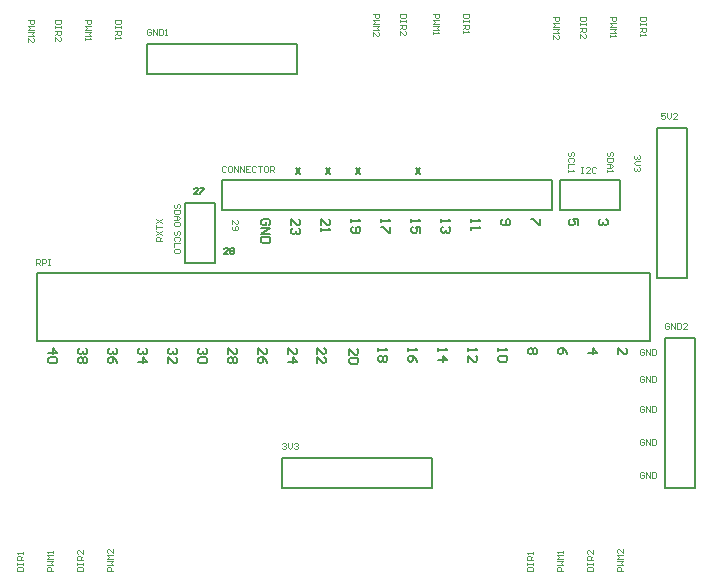
<source format=gto>
G04*
G04 #@! TF.GenerationSoftware,Altium Limited,Altium Designer,24.5.2 (23)*
G04*
G04 Layer_Color=65535*
%FSLAX44Y44*%
%MOMM*%
G71*
G04*
G04 #@! TF.SameCoordinates,C5F79816-F3BF-4F28-B5AB-9B0DAD98A386*
G04*
G04*
G04 #@! TF.FilePolarity,Positive*
G04*
G01*
G75*
%ADD10C,0.2000*%
%ADD11C,0.1270*%
%ADD12C,0.0762*%
D10*
X-38100Y-101600D02*
X-12700D01*
Y-228600D02*
Y-101600D01*
X-38100Y-228600D02*
Y-101600D01*
Y-228600D02*
X-12700D01*
X-438150Y-215900D02*
X-412750D01*
X-438150D02*
Y-165100D01*
X-412750Y-215900D02*
Y-165100D01*
X-438150D02*
X-412750D01*
X-406400Y-171450D02*
X-146050D01*
X-127000D01*
Y-146050D01*
X-406400D02*
X-127000D01*
X-406400Y-171450D02*
Y-146050D01*
X-44120Y-282050D02*
Y-224900D01*
X-563550D02*
X-44120D01*
X-563550Y-228710D02*
Y-224900D01*
Y-282050D02*
Y-228710D01*
Y-282050D02*
X-44120D01*
X-469900Y-55880D02*
Y-30480D01*
X-342900D01*
X-469900Y-55880D02*
X-342900D01*
Y-30480D01*
X-31750Y-406400D02*
X-6350D01*
X-31750D02*
Y-279400D01*
X-6350Y-406400D02*
Y-279400D01*
X-31750D02*
X-6350D01*
X-228600Y-406400D02*
Y-381000D01*
X-355600Y-406400D02*
X-228600D01*
X-355600Y-381000D02*
X-228600D01*
X-355600Y-406400D02*
Y-381000D01*
X-120650Y-171450D02*
X-69850D01*
X-120650D02*
Y-146050D01*
X-69850Y-171450D02*
Y-146050D01*
X-120650D02*
X-69850D01*
D11*
X-344170Y-135892D02*
X-340784Y-140970D01*
Y-135892D02*
X-344170Y-140970D01*
X-318770Y-135892D02*
X-315384Y-140970D01*
Y-135892D02*
X-318770Y-140970D01*
X-293370Y-135892D02*
X-289984Y-140970D01*
Y-135892D02*
X-293370Y-140970D01*
X-242570Y-135892D02*
X-239184Y-140970D01*
Y-135892D02*
X-242570Y-140970D01*
X-427144Y-157480D02*
X-430530D01*
X-427144Y-154094D01*
Y-153248D01*
X-427991Y-152402D01*
X-429684D01*
X-430530Y-153248D01*
X-425452Y-152402D02*
X-422066D01*
Y-153248D01*
X-425452Y-156634D01*
Y-157480D01*
X-401744Y-208280D02*
X-405130D01*
X-401744Y-204894D01*
Y-204048D01*
X-402591Y-203202D01*
X-404284D01*
X-405130Y-204048D01*
X-400052D02*
X-399205Y-203202D01*
X-397513D01*
X-396666Y-204048D01*
Y-204894D01*
X-397513Y-205741D01*
X-396666Y-206587D01*
Y-207434D01*
X-397513Y-208280D01*
X-399205D01*
X-400052Y-207434D01*
Y-206587D01*
X-399205Y-205741D01*
X-400052Y-204894D01*
Y-204048D01*
X-399205Y-205741D02*
X-397513D01*
X-367032Y-184148D02*
X-365762Y-182879D01*
Y-180340D01*
X-367032Y-179070D01*
X-372110D01*
X-373380Y-180340D01*
Y-182879D01*
X-372110Y-184148D01*
X-369571D01*
Y-181609D01*
X-373380Y-186688D02*
X-365762D01*
X-373380Y-191766D01*
X-365762D01*
Y-194305D02*
X-373380D01*
Y-198114D01*
X-372110Y-199383D01*
X-367032D01*
X-365762Y-198114D01*
Y-194305D01*
X-347980Y-184148D02*
Y-179070D01*
X-342902Y-184148D01*
X-341632D01*
X-340363Y-182879D01*
Y-180340D01*
X-341632Y-179070D01*
Y-186688D02*
X-340363Y-187957D01*
Y-190496D01*
X-341632Y-191766D01*
X-342902D01*
X-344171Y-190496D01*
Y-189227D01*
Y-190496D01*
X-345441Y-191766D01*
X-346710D01*
X-347980Y-190496D01*
Y-187957D01*
X-346710Y-186688D01*
X-322580Y-184148D02*
Y-179070D01*
X-317502Y-184148D01*
X-316232D01*
X-314963Y-182879D01*
Y-180340D01*
X-316232Y-179070D01*
X-322580Y-186688D02*
Y-189227D01*
Y-187957D01*
X-314963D01*
X-316232Y-186688D01*
X-297180Y-179070D02*
Y-181609D01*
Y-180340D01*
X-289562D01*
X-290832Y-179070D01*
X-295910Y-185418D02*
X-297180Y-186688D01*
Y-189227D01*
X-295910Y-190496D01*
X-290832D01*
X-289562Y-189227D01*
Y-186688D01*
X-290832Y-185418D01*
X-292102D01*
X-293371Y-186688D01*
Y-190496D01*
X-271780Y-179070D02*
Y-181609D01*
Y-180340D01*
X-264163D01*
X-265432Y-179070D01*
X-264163Y-185418D02*
Y-190496D01*
X-265432D01*
X-270510Y-185418D01*
X-271780D01*
X-246380Y-179070D02*
Y-181609D01*
Y-180340D01*
X-238762D01*
X-240032Y-179070D01*
X-238762Y-190496D02*
Y-185418D01*
X-242571D01*
X-241302Y-187957D01*
Y-189227D01*
X-242571Y-190496D01*
X-245110D01*
X-246380Y-189227D01*
Y-186688D01*
X-245110Y-185418D01*
X-220980Y-179070D02*
Y-181609D01*
Y-180340D01*
X-213363D01*
X-214632Y-179070D01*
Y-185418D02*
X-213363Y-186688D01*
Y-189227D01*
X-214632Y-190496D01*
X-215902D01*
X-217171Y-189227D01*
Y-187957D01*
Y-189227D01*
X-218441Y-190496D01*
X-219710D01*
X-220980Y-189227D01*
Y-186688D01*
X-219710Y-185418D01*
X-195580Y-179070D02*
Y-181609D01*
Y-180340D01*
X-187962D01*
X-189232Y-179070D01*
X-195580Y-185418D02*
Y-187957D01*
Y-186688D01*
X-187962D01*
X-189232Y-185418D01*
X-168910Y-179070D02*
X-170180Y-180340D01*
Y-182879D01*
X-168910Y-184148D01*
X-163832D01*
X-162563Y-182879D01*
Y-180340D01*
X-163832Y-179070D01*
X-165102D01*
X-166371Y-180340D01*
Y-184148D01*
X-137163Y-179070D02*
Y-184148D01*
X-138432D01*
X-143510Y-179070D01*
X-144780D01*
X-105413Y-184148D02*
Y-179070D01*
X-109221D01*
X-107952Y-181609D01*
Y-182879D01*
X-109221Y-184148D01*
X-111760D01*
X-113030Y-182879D01*
Y-180340D01*
X-111760Y-179070D01*
X-81282D02*
X-80013Y-180340D01*
Y-182879D01*
X-81282Y-184148D01*
X-82552D01*
X-83821Y-182879D01*
Y-181609D01*
Y-182879D01*
X-85091Y-184148D01*
X-86360D01*
X-87630Y-182879D01*
Y-180340D01*
X-86360Y-179070D01*
X-71120Y-293368D02*
Y-288290D01*
X-66042Y-293368D01*
X-64772D01*
X-63502Y-292099D01*
Y-289559D01*
X-64772Y-288290D01*
X-96520Y-292099D02*
X-88903D01*
X-92711Y-288290D01*
Y-293368D01*
X-114303D02*
X-115572Y-290829D01*
X-118111Y-288290D01*
X-120650D01*
X-121920Y-289559D01*
Y-292099D01*
X-120650Y-293368D01*
X-119381D01*
X-118111Y-292099D01*
Y-288290D01*
X-140972D02*
X-139703Y-289559D01*
Y-292099D01*
X-140972Y-293368D01*
X-142242D01*
X-143511Y-292099D01*
X-144781Y-293368D01*
X-146050D01*
X-147320Y-292099D01*
Y-289559D01*
X-146050Y-288290D01*
X-144781D01*
X-143511Y-289559D01*
X-142242Y-288290D01*
X-140972D01*
X-143511Y-289559D02*
Y-292099D01*
X-172720Y-288290D02*
Y-290829D01*
Y-289559D01*
X-165103D01*
X-166372Y-288290D01*
Y-294638D02*
X-165103Y-295907D01*
Y-298447D01*
X-166372Y-299716D01*
X-171450D01*
X-172720Y-298447D01*
Y-295907D01*
X-171450Y-294638D01*
X-166372D01*
X-198120Y-288290D02*
Y-290829D01*
Y-289559D01*
X-190502D01*
X-191772Y-288290D01*
X-198120Y-299716D02*
Y-294638D01*
X-193042Y-299716D01*
X-191772D01*
X-190502Y-298447D01*
Y-295907D01*
X-191772Y-294638D01*
X-223520Y-288290D02*
Y-290829D01*
Y-289559D01*
X-215903D01*
X-217172Y-288290D01*
X-223520Y-298447D02*
X-215903D01*
X-219711Y-294638D01*
Y-299716D01*
X-248920Y-288290D02*
Y-290829D01*
Y-289559D01*
X-241303D01*
X-242572Y-288290D01*
X-241303Y-299716D02*
X-242572Y-297177D01*
X-245111Y-294638D01*
X-247650D01*
X-248920Y-295907D01*
Y-298447D01*
X-247650Y-299716D01*
X-246381D01*
X-245111Y-298447D01*
Y-294638D01*
X-274320Y-288290D02*
Y-290829D01*
Y-289559D01*
X-266702D01*
X-267972Y-288290D01*
Y-294638D02*
X-266702Y-295907D01*
Y-298447D01*
X-267972Y-299716D01*
X-269242D01*
X-270511Y-298447D01*
X-271781Y-299716D01*
X-273050D01*
X-274320Y-298447D01*
Y-295907D01*
X-273050Y-294638D01*
X-271781D01*
X-270511Y-295907D01*
X-269242Y-294638D01*
X-267972D01*
X-270511Y-295907D02*
Y-298447D01*
X-298867Y-294201D02*
Y-289123D01*
X-293788Y-294201D01*
X-292519D01*
X-291249Y-292932D01*
Y-290392D01*
X-292519Y-289123D01*
Y-296740D02*
X-291249Y-298010D01*
Y-300549D01*
X-292519Y-301819D01*
X-297597D01*
X-298867Y-300549D01*
Y-298010D01*
X-297597Y-296740D01*
X-292519D01*
X-350520Y-293368D02*
Y-288290D01*
X-345442Y-293368D01*
X-344172D01*
X-342902Y-292099D01*
Y-289559D01*
X-344172Y-288290D01*
X-350520Y-299716D02*
X-342902D01*
X-346711Y-295907D01*
Y-300986D01*
X-375920Y-293368D02*
Y-288290D01*
X-370841Y-293368D01*
X-369572D01*
X-368302Y-292099D01*
Y-289559D01*
X-369572Y-288290D01*
X-368302Y-300986D02*
X-369572Y-298447D01*
X-372111Y-295907D01*
X-374650D01*
X-375920Y-297177D01*
Y-299716D01*
X-374650Y-300986D01*
X-373381D01*
X-372111Y-299716D01*
Y-295907D01*
X-326390Y-293368D02*
Y-288290D01*
X-321311Y-293368D01*
X-320042D01*
X-318772Y-292099D01*
Y-289559D01*
X-320042Y-288290D01*
X-326390Y-300986D02*
Y-295907D01*
X-321311Y-300986D01*
X-320042D01*
X-318772Y-299716D01*
Y-297177D01*
X-320042Y-295907D01*
X-401320Y-293368D02*
Y-288290D01*
X-396241Y-293368D01*
X-394972D01*
X-393702Y-292099D01*
Y-289559D01*
X-394972Y-288290D01*
Y-295907D02*
X-393702Y-297177D01*
Y-299716D01*
X-394972Y-300986D01*
X-396241D01*
X-397511Y-299716D01*
X-398781Y-300986D01*
X-400050D01*
X-401320Y-299716D01*
Y-297177D01*
X-400050Y-295907D01*
X-398781D01*
X-397511Y-297177D01*
X-396241Y-295907D01*
X-394972D01*
X-397511Y-297177D02*
Y-299716D01*
X-420372Y-288290D02*
X-419102Y-289559D01*
Y-292099D01*
X-420372Y-293368D01*
X-421642D01*
X-422911Y-292099D01*
Y-290829D01*
Y-292099D01*
X-424181Y-293368D01*
X-425450D01*
X-426720Y-292099D01*
Y-289559D01*
X-425450Y-288290D01*
X-420372Y-295907D02*
X-419102Y-297177D01*
Y-299716D01*
X-420372Y-300986D01*
X-425450D01*
X-426720Y-299716D01*
Y-297177D01*
X-425450Y-295907D01*
X-420372D01*
X-445772Y-288290D02*
X-444502Y-289559D01*
Y-292099D01*
X-445772Y-293368D01*
X-447042D01*
X-448311Y-292099D01*
Y-290829D01*
Y-292099D01*
X-449581Y-293368D01*
X-450850D01*
X-452120Y-292099D01*
Y-289559D01*
X-450850Y-288290D01*
X-452120Y-300986D02*
Y-295907D01*
X-447042Y-300986D01*
X-445772D01*
X-444502Y-299716D01*
Y-297177D01*
X-445772Y-295907D01*
X-471172Y-288290D02*
X-469902Y-289559D01*
Y-292099D01*
X-471172Y-293368D01*
X-472441D01*
X-473711Y-292099D01*
Y-290829D01*
Y-292099D01*
X-474981Y-293368D01*
X-476250D01*
X-477520Y-292099D01*
Y-289559D01*
X-476250Y-288290D01*
X-477520Y-299716D02*
X-469902D01*
X-473711Y-295907D01*
Y-300986D01*
X-496572Y-288290D02*
X-495302Y-289559D01*
Y-292099D01*
X-496572Y-293368D01*
X-497841D01*
X-499111Y-292099D01*
Y-290829D01*
Y-292099D01*
X-500381Y-293368D01*
X-501650D01*
X-502920Y-292099D01*
Y-289559D01*
X-501650Y-288290D01*
X-495302Y-300986D02*
X-496572Y-298447D01*
X-499111Y-295907D01*
X-501650D01*
X-502920Y-297177D01*
Y-299716D01*
X-501650Y-300986D01*
X-500381D01*
X-499111Y-299716D01*
Y-295907D01*
X-521972Y-288290D02*
X-520702Y-289559D01*
Y-292099D01*
X-521972Y-293368D01*
X-523242D01*
X-524511Y-292099D01*
Y-290829D01*
Y-292099D01*
X-525781Y-293368D01*
X-527050D01*
X-528320Y-292099D01*
Y-289559D01*
X-527050Y-288290D01*
X-521972Y-295907D02*
X-520702Y-297177D01*
Y-299716D01*
X-521972Y-300986D01*
X-523242D01*
X-524511Y-299716D01*
X-525781Y-300986D01*
X-527050D01*
X-528320Y-299716D01*
Y-297177D01*
X-527050Y-295907D01*
X-525781D01*
X-524511Y-297177D01*
X-523242Y-295907D01*
X-521972D01*
X-524511Y-297177D02*
Y-299716D01*
X-553720Y-292099D02*
X-546102D01*
X-549911Y-288290D01*
Y-293368D01*
X-547372Y-295907D02*
X-546102Y-297177D01*
Y-299716D01*
X-547372Y-300986D01*
X-552450D01*
X-553720Y-299716D01*
Y-297177D01*
X-552450Y-295907D01*
X-547372D01*
D12*
X-278638Y-5842D02*
X-273560D01*
Y-8381D01*
X-274406Y-9228D01*
X-276099D01*
X-276945Y-8381D01*
Y-5842D01*
X-273560Y-10920D02*
X-278638D01*
X-276945Y-12613D01*
X-278638Y-14306D01*
X-273560D01*
X-278638Y-15999D02*
X-273560D01*
X-275252Y-17692D01*
X-273560Y-19384D01*
X-278638D01*
Y-24463D02*
Y-21077D01*
X-275252Y-24463D01*
X-274406D01*
X-273560Y-23616D01*
Y-21923D01*
X-274406Y-21077D01*
X-250700Y-5842D02*
X-255778D01*
Y-8381D01*
X-254932Y-9228D01*
X-251546D01*
X-250700Y-8381D01*
Y-5842D01*
Y-10920D02*
Y-12613D01*
Y-11767D01*
X-255778D01*
Y-10920D01*
Y-12613D01*
Y-15152D02*
X-250700D01*
Y-17692D01*
X-251546Y-18538D01*
X-253239D01*
X-254085Y-17692D01*
Y-15152D01*
Y-16845D02*
X-255778Y-18538D01*
Y-23616D02*
Y-20231D01*
X-252392Y-23616D01*
X-251546D01*
X-250700Y-22770D01*
Y-21077D01*
X-251546Y-20231D01*
X-227838Y-5842D02*
X-222760D01*
Y-8381D01*
X-223606Y-9228D01*
X-225299D01*
X-226145Y-8381D01*
Y-5842D01*
X-222760Y-10920D02*
X-227838D01*
X-226145Y-12613D01*
X-227838Y-14306D01*
X-222760D01*
X-227838Y-15999D02*
X-222760D01*
X-224452Y-17692D01*
X-222760Y-19384D01*
X-227838D01*
Y-21077D02*
Y-22770D01*
Y-21923D01*
X-222760D01*
X-223606Y-21077D01*
X-197360Y-5842D02*
X-202438D01*
Y-8381D01*
X-201592Y-9228D01*
X-198206D01*
X-197360Y-8381D01*
Y-5842D01*
Y-10920D02*
Y-12613D01*
Y-11767D01*
X-202438D01*
Y-10920D01*
Y-12613D01*
Y-15152D02*
X-197360D01*
Y-17692D01*
X-198206Y-18538D01*
X-199899D01*
X-200745Y-17692D01*
Y-15152D01*
Y-16845D02*
X-202438Y-18538D01*
Y-20231D02*
Y-21923D01*
Y-21077D01*
X-197360D01*
X-198206Y-20231D01*
X-53426Y-125222D02*
X-52580Y-126068D01*
Y-127761D01*
X-53426Y-128608D01*
X-54272D01*
X-55119Y-127761D01*
Y-126915D01*
Y-127761D01*
X-55965Y-128608D01*
X-56812D01*
X-57658Y-127761D01*
Y-126068D01*
X-56812Y-125222D01*
X-52580Y-130300D02*
X-55965D01*
X-57658Y-131993D01*
X-55965Y-133686D01*
X-52580D01*
X-53426Y-135379D02*
X-52580Y-136225D01*
Y-137918D01*
X-53426Y-138764D01*
X-54272D01*
X-55119Y-137918D01*
Y-137072D01*
Y-137918D01*
X-55965Y-138764D01*
X-56812D01*
X-57658Y-137918D01*
Y-136225D01*
X-56812Y-135379D01*
X-443456Y-192890D02*
X-442609Y-192043D01*
Y-190350D01*
X-443456Y-189504D01*
X-444302D01*
X-445148Y-190350D01*
Y-192043D01*
X-445995Y-192890D01*
X-446841D01*
X-447688Y-192043D01*
Y-190350D01*
X-446841Y-189504D01*
X-443456Y-197968D02*
X-442609Y-197122D01*
Y-195429D01*
X-443456Y-194582D01*
X-446841D01*
X-447688Y-195429D01*
Y-197122D01*
X-446841Y-197968D01*
X-442609Y-199661D02*
X-447688D01*
Y-203046D01*
X-443456Y-204739D02*
X-442609Y-205585D01*
Y-207278D01*
X-443456Y-208125D01*
X-446841D01*
X-447688Y-207278D01*
Y-205585D01*
X-446841Y-204739D01*
X-443456D01*
Y-170030D02*
X-442609Y-169183D01*
Y-167490D01*
X-443456Y-166644D01*
X-444302D01*
X-445148Y-167490D01*
Y-169183D01*
X-445995Y-170030D01*
X-446841D01*
X-447688Y-169183D01*
Y-167490D01*
X-446841Y-166644D01*
X-442609Y-171722D02*
X-447688D01*
Y-174262D01*
X-446841Y-175108D01*
X-443456D01*
X-442609Y-174262D01*
Y-171722D01*
X-447688Y-176801D02*
X-444302D01*
X-442609Y-178493D01*
X-444302Y-180186D01*
X-447688D01*
X-445148D01*
Y-176801D01*
X-443456Y-181879D02*
X-442609Y-182726D01*
Y-184418D01*
X-443456Y-185265D01*
X-446841D01*
X-447688Y-184418D01*
Y-182726D01*
X-446841Y-181879D01*
X-443456D01*
X-109306Y-126068D02*
X-108460Y-125221D01*
Y-123528D01*
X-109306Y-122682D01*
X-110152D01*
X-110999Y-123528D01*
Y-125221D01*
X-111845Y-126068D01*
X-112692D01*
X-113538Y-125221D01*
Y-123528D01*
X-112692Y-122682D01*
X-109306Y-131146D02*
X-108460Y-130300D01*
Y-128607D01*
X-109306Y-127760D01*
X-112692D01*
X-113538Y-128607D01*
Y-130300D01*
X-112692Y-131146D01*
X-108460Y-132839D02*
X-113538D01*
Y-136224D01*
Y-137917D02*
Y-139610D01*
Y-138764D01*
X-108460D01*
X-109306Y-137917D01*
X-76286Y-126068D02*
X-75440Y-125221D01*
Y-123528D01*
X-76286Y-122682D01*
X-77132D01*
X-77979Y-123528D01*
Y-125221D01*
X-78825Y-126068D01*
X-79672D01*
X-80518Y-125221D01*
Y-123528D01*
X-79672Y-122682D01*
X-75440Y-127760D02*
X-80518D01*
Y-130300D01*
X-79672Y-131146D01*
X-76286D01*
X-75440Y-130300D01*
Y-127760D01*
X-80518Y-132839D02*
X-77132D01*
X-75440Y-134531D01*
X-77132Y-136224D01*
X-80518D01*
X-77979D01*
Y-132839D01*
X-80518Y-137917D02*
Y-139610D01*
Y-138764D01*
X-75440D01*
X-76286Y-137917D01*
X-49192Y-393786D02*
X-50039Y-392940D01*
X-51732D01*
X-52578Y-393786D01*
Y-397172D01*
X-51732Y-398018D01*
X-50039D01*
X-49192Y-397172D01*
Y-395479D01*
X-50885D01*
X-47500Y-398018D02*
Y-392940D01*
X-44114Y-398018D01*
Y-392940D01*
X-42421D02*
Y-398018D01*
X-39882D01*
X-39036Y-397172D01*
Y-393786D01*
X-39882Y-392940D01*
X-42421D01*
X-49192Y-365846D02*
X-50039Y-365000D01*
X-51732D01*
X-52578Y-365846D01*
Y-369232D01*
X-51732Y-370078D01*
X-50039D01*
X-49192Y-369232D01*
Y-367539D01*
X-50885D01*
X-47500Y-370078D02*
Y-365000D01*
X-44114Y-370078D01*
Y-365000D01*
X-42421D02*
Y-370078D01*
X-39882D01*
X-39036Y-369232D01*
Y-365846D01*
X-39882Y-365000D01*
X-42421D01*
X-49192Y-337906D02*
X-50039Y-337060D01*
X-51732D01*
X-52578Y-337906D01*
Y-341292D01*
X-51732Y-342138D01*
X-50039D01*
X-49192Y-341292D01*
Y-339599D01*
X-50885D01*
X-47500Y-342138D02*
Y-337060D01*
X-44114Y-342138D01*
Y-337060D01*
X-42421D02*
Y-342138D01*
X-39882D01*
X-39036Y-341292D01*
Y-337906D01*
X-39882Y-337060D01*
X-42421D01*
X-49192Y-312506D02*
X-50039Y-311660D01*
X-51732D01*
X-52578Y-312506D01*
Y-315892D01*
X-51732Y-316738D01*
X-50039D01*
X-49192Y-315892D01*
Y-314199D01*
X-50885D01*
X-47500Y-316738D02*
Y-311660D01*
X-44114Y-316738D01*
Y-311660D01*
X-42421D02*
Y-316738D01*
X-39882D01*
X-39036Y-315892D01*
Y-312506D01*
X-39882Y-311660D01*
X-42421D01*
X-49192Y-289646D02*
X-50039Y-288800D01*
X-51732D01*
X-52578Y-289646D01*
Y-293032D01*
X-51732Y-293878D01*
X-50039D01*
X-49192Y-293032D01*
Y-291339D01*
X-50885D01*
X-47500Y-293878D02*
Y-288800D01*
X-44114Y-293878D01*
Y-288800D01*
X-42421D02*
Y-293878D01*
X-39882D01*
X-39036Y-293032D01*
Y-289646D01*
X-39882Y-288800D01*
X-42421D01*
X-148080Y-476758D02*
X-143002D01*
Y-474219D01*
X-143848Y-473372D01*
X-147234D01*
X-148080Y-474219D01*
Y-476758D01*
Y-471680D02*
Y-469987D01*
Y-470833D01*
X-143002D01*
Y-471680D01*
Y-469987D01*
Y-467448D02*
X-148080D01*
Y-464908D01*
X-147234Y-464062D01*
X-145541D01*
X-144695Y-464908D01*
Y-467448D01*
Y-465755D02*
X-143002Y-464062D01*
Y-462369D02*
Y-460676D01*
Y-461523D01*
X-148080D01*
X-147234Y-462369D01*
X-117602Y-476758D02*
X-122680D01*
Y-474219D01*
X-121834Y-473372D01*
X-120141D01*
X-119295Y-474219D01*
Y-476758D01*
X-122680Y-471680D02*
X-117602D01*
X-119295Y-469987D01*
X-117602Y-468294D01*
X-122680D01*
X-117602Y-466601D02*
X-122680D01*
X-120988Y-464908D01*
X-122680Y-463216D01*
X-117602D01*
Y-461523D02*
Y-459830D01*
Y-460676D01*
X-122680D01*
X-121834Y-461523D01*
X-97280Y-476758D02*
X-92202D01*
Y-474219D01*
X-93048Y-473372D01*
X-96434D01*
X-97280Y-474219D01*
Y-476758D01*
Y-471680D02*
Y-469987D01*
Y-470833D01*
X-92202D01*
Y-471680D01*
Y-469987D01*
Y-467448D02*
X-97280D01*
Y-464908D01*
X-96434Y-464062D01*
X-94741D01*
X-93895Y-464908D01*
Y-467448D01*
Y-465755D02*
X-92202Y-464062D01*
Y-458984D02*
Y-462369D01*
X-95588Y-458984D01*
X-96434D01*
X-97280Y-459830D01*
Y-461523D01*
X-96434Y-462369D01*
X-66802Y-476758D02*
X-71880D01*
Y-474219D01*
X-71034Y-473372D01*
X-69341D01*
X-68495Y-474219D01*
Y-476758D01*
X-71880Y-471680D02*
X-66802D01*
X-68495Y-469987D01*
X-66802Y-468294D01*
X-71880D01*
X-66802Y-466601D02*
X-71880D01*
X-70188Y-464908D01*
X-71880Y-463216D01*
X-66802D01*
Y-458137D02*
Y-461523D01*
X-70188Y-458137D01*
X-71034D01*
X-71880Y-458984D01*
Y-460676D01*
X-71034Y-461523D01*
X-579880Y-476758D02*
X-574802D01*
Y-474219D01*
X-575648Y-473372D01*
X-579034D01*
X-579880Y-474219D01*
Y-476758D01*
Y-471680D02*
Y-469987D01*
Y-470833D01*
X-574802D01*
Y-471680D01*
Y-469987D01*
Y-467448D02*
X-579880D01*
Y-464908D01*
X-579034Y-464062D01*
X-577341D01*
X-576495Y-464908D01*
Y-467448D01*
Y-465755D02*
X-574802Y-464062D01*
Y-462369D02*
Y-460676D01*
Y-461523D01*
X-579880D01*
X-579034Y-462369D01*
X-549402Y-476758D02*
X-554480D01*
Y-474219D01*
X-553634Y-473372D01*
X-551941D01*
X-551095Y-474219D01*
Y-476758D01*
X-554480Y-471680D02*
X-549402D01*
X-551095Y-469987D01*
X-549402Y-468294D01*
X-554480D01*
X-549402Y-466601D02*
X-554480D01*
X-552788Y-464908D01*
X-554480Y-463216D01*
X-549402D01*
Y-461523D02*
Y-459830D01*
Y-460676D01*
X-554480D01*
X-553634Y-461523D01*
X-529080Y-476758D02*
X-524002D01*
Y-474219D01*
X-524848Y-473372D01*
X-528234D01*
X-529080Y-474219D01*
Y-476758D01*
Y-471680D02*
Y-469987D01*
Y-470833D01*
X-524002D01*
Y-471680D01*
Y-469987D01*
Y-467448D02*
X-529080D01*
Y-464908D01*
X-528234Y-464062D01*
X-526541D01*
X-525695Y-464908D01*
Y-467448D01*
Y-465755D02*
X-524002Y-464062D01*
Y-458984D02*
Y-462369D01*
X-527388Y-458984D01*
X-528234D01*
X-529080Y-459830D01*
Y-461523D01*
X-528234Y-462369D01*
X-498602Y-476758D02*
X-503680D01*
Y-474219D01*
X-502834Y-473372D01*
X-501141D01*
X-500295Y-474219D01*
Y-476758D01*
X-503680Y-471680D02*
X-498602D01*
X-500295Y-469987D01*
X-498602Y-468294D01*
X-503680D01*
X-498602Y-466601D02*
X-503680D01*
X-501988Y-464908D01*
X-503680Y-463216D01*
X-498602D01*
Y-458137D02*
Y-461523D01*
X-501988Y-458137D01*
X-502834D01*
X-503680Y-458984D01*
Y-460676D01*
X-502834Y-461523D01*
X-492000Y-10922D02*
X-497078D01*
Y-13461D01*
X-496232Y-14308D01*
X-492846D01*
X-492000Y-13461D01*
Y-10922D01*
Y-16000D02*
Y-17693D01*
Y-16847D01*
X-497078D01*
Y-16000D01*
Y-17693D01*
Y-20232D02*
X-492000D01*
Y-22771D01*
X-492846Y-23618D01*
X-494539D01*
X-495385Y-22771D01*
Y-20232D01*
Y-21925D02*
X-497078Y-23618D01*
Y-25311D02*
Y-27004D01*
Y-26157D01*
X-492000D01*
X-492846Y-25311D01*
X-522478Y-10922D02*
X-517400D01*
Y-13461D01*
X-518246Y-14308D01*
X-519939D01*
X-520785Y-13461D01*
Y-10922D01*
X-517400Y-16000D02*
X-522478D01*
X-520785Y-17693D01*
X-522478Y-19386D01*
X-517400D01*
X-522478Y-21079D02*
X-517400D01*
X-519092Y-22771D01*
X-517400Y-24464D01*
X-522478D01*
Y-26157D02*
Y-27850D01*
Y-27004D01*
X-517400D01*
X-518246Y-26157D01*
X-542800Y-10922D02*
X-547878D01*
Y-13461D01*
X-547032Y-14308D01*
X-543646D01*
X-542800Y-13461D01*
Y-10922D01*
Y-16000D02*
Y-17693D01*
Y-16847D01*
X-547878D01*
Y-16000D01*
Y-17693D01*
Y-20232D02*
X-542800D01*
Y-22771D01*
X-543646Y-23618D01*
X-545339D01*
X-546185Y-22771D01*
Y-20232D01*
Y-21925D02*
X-547878Y-23618D01*
Y-28696D02*
Y-25311D01*
X-544492Y-28696D01*
X-543646D01*
X-542800Y-27850D01*
Y-26157D01*
X-543646Y-25311D01*
X-570738Y-10922D02*
X-565660D01*
Y-13461D01*
X-566506Y-14308D01*
X-568199D01*
X-569045Y-13461D01*
Y-10922D01*
X-565660Y-16000D02*
X-570738D01*
X-569045Y-17693D01*
X-570738Y-19386D01*
X-565660D01*
X-570738Y-21079D02*
X-565660D01*
X-567352Y-22771D01*
X-565660Y-24464D01*
X-570738D01*
Y-29543D02*
Y-26157D01*
X-567352Y-29543D01*
X-566506D01*
X-565660Y-28696D01*
Y-27004D01*
X-566506Y-26157D01*
X-126238Y-8382D02*
X-121160D01*
Y-10921D01*
X-122006Y-11768D01*
X-123699D01*
X-124545Y-10921D01*
Y-8382D01*
X-121160Y-13460D02*
X-126238D01*
X-124545Y-15153D01*
X-126238Y-16846D01*
X-121160D01*
X-126238Y-18539D02*
X-121160D01*
X-122852Y-20231D01*
X-121160Y-21924D01*
X-126238D01*
Y-27003D02*
Y-23617D01*
X-122852Y-27003D01*
X-122006D01*
X-121160Y-26156D01*
Y-24464D01*
X-122006Y-23617D01*
X-98300Y-8382D02*
X-103378D01*
Y-10921D01*
X-102532Y-11768D01*
X-99146D01*
X-98300Y-10921D01*
Y-8382D01*
Y-13460D02*
Y-15153D01*
Y-14307D01*
X-103378D01*
Y-13460D01*
Y-15153D01*
Y-17692D02*
X-98300D01*
Y-20231D01*
X-99146Y-21078D01*
X-100839D01*
X-101685Y-20231D01*
Y-17692D01*
Y-19385D02*
X-103378Y-21078D01*
Y-26156D02*
Y-22771D01*
X-99992Y-26156D01*
X-99146D01*
X-98300Y-25310D01*
Y-23617D01*
X-99146Y-22771D01*
X-77978Y-8382D02*
X-72900D01*
Y-10921D01*
X-73746Y-11768D01*
X-75439D01*
X-76285Y-10921D01*
Y-8382D01*
X-72900Y-13460D02*
X-77978D01*
X-76285Y-15153D01*
X-77978Y-16846D01*
X-72900D01*
X-77978Y-18539D02*
X-72900D01*
X-74592Y-20231D01*
X-72900Y-21924D01*
X-77978D01*
Y-23617D02*
Y-25310D01*
Y-24464D01*
X-72900D01*
X-73746Y-23617D01*
X-47500Y-8382D02*
X-52578D01*
Y-10921D01*
X-51732Y-11768D01*
X-48346D01*
X-47500Y-10921D01*
Y-8382D01*
Y-13460D02*
Y-15153D01*
Y-14307D01*
X-52578D01*
Y-13460D01*
Y-15153D01*
Y-17692D02*
X-47500D01*
Y-20231D01*
X-48346Y-21078D01*
X-50039D01*
X-50885Y-20231D01*
Y-17692D01*
Y-19385D02*
X-52578Y-21078D01*
Y-22771D02*
Y-24464D01*
Y-23617D01*
X-47500D01*
X-48346Y-22771D01*
X-398018Y-183218D02*
Y-179832D01*
X-394632Y-183218D01*
X-393786D01*
X-392940Y-182371D01*
Y-180678D01*
X-393786Y-179832D01*
X-397172Y-184910D02*
X-398018Y-185757D01*
Y-187449D01*
X-397172Y-188296D01*
X-393786D01*
X-392940Y-187449D01*
Y-185757D01*
X-393786Y-184910D01*
X-394632D01*
X-395479Y-185757D01*
Y-188296D01*
X-28618Y-268310D02*
X-29465Y-267464D01*
X-31158D01*
X-32004Y-268310D01*
Y-271696D01*
X-31158Y-272542D01*
X-29465D01*
X-28618Y-271696D01*
Y-270003D01*
X-30311D01*
X-26926Y-272542D02*
Y-267464D01*
X-23540Y-272542D01*
Y-267464D01*
X-21847D02*
Y-272542D01*
X-19308D01*
X-18462Y-271696D01*
Y-268310D01*
X-19308Y-267464D01*
X-21847D01*
X-13383Y-272542D02*
X-16769D01*
X-13383Y-269156D01*
Y-268310D01*
X-14230Y-267464D01*
X-15922D01*
X-16769Y-268310D01*
X-466768Y-19390D02*
X-467615Y-18544D01*
X-469308D01*
X-470154Y-19390D01*
Y-22776D01*
X-469308Y-23622D01*
X-467615D01*
X-466768Y-22776D01*
Y-21083D01*
X-468461D01*
X-465076Y-23622D02*
Y-18544D01*
X-461690Y-23622D01*
Y-18544D01*
X-459997D02*
Y-23622D01*
X-457458D01*
X-456612Y-22776D01*
Y-19390D01*
X-457458Y-18544D01*
X-459997D01*
X-454919Y-23622D02*
X-453226D01*
X-454072D01*
Y-18544D01*
X-454919Y-19390D01*
X-31326Y-88901D02*
X-34711D01*
Y-91440D01*
X-33018Y-90594D01*
X-32172D01*
X-31326Y-91440D01*
Y-93133D01*
X-32172Y-93979D01*
X-33865D01*
X-34711Y-93133D01*
X-29633Y-88901D02*
Y-92286D01*
X-27940Y-93979D01*
X-26247Y-92286D01*
Y-88901D01*
X-21169Y-93979D02*
X-24554D01*
X-21169Y-90594D01*
Y-89747D01*
X-22015Y-88901D01*
X-23708D01*
X-24554Y-89747D01*
X-403268Y-134960D02*
X-404115Y-134114D01*
X-405808D01*
X-406654Y-134960D01*
Y-138346D01*
X-405808Y-139192D01*
X-404115D01*
X-403268Y-138346D01*
X-399036Y-134114D02*
X-400729D01*
X-401576Y-134960D01*
Y-138346D01*
X-400729Y-139192D01*
X-399036D01*
X-398190Y-138346D01*
Y-134960D01*
X-399036Y-134114D01*
X-396497Y-139192D02*
Y-134114D01*
X-393112Y-139192D01*
Y-134114D01*
X-391419Y-139192D02*
Y-134114D01*
X-388033Y-139192D01*
Y-134114D01*
X-382955D02*
X-386341D01*
Y-139192D01*
X-382955D01*
X-386341Y-136653D02*
X-384648D01*
X-377877Y-134960D02*
X-378723Y-134114D01*
X-380416D01*
X-381262Y-134960D01*
Y-138346D01*
X-380416Y-139192D01*
X-378723D01*
X-377877Y-138346D01*
X-376184Y-134114D02*
X-372798D01*
X-374491D01*
Y-139192D01*
X-368566Y-134114D02*
X-370259D01*
X-371106Y-134960D01*
Y-138346D01*
X-370259Y-139192D01*
X-368566D01*
X-367720Y-138346D01*
Y-134960D01*
X-368566Y-134114D01*
X-366027Y-139192D02*
Y-134114D01*
X-363488D01*
X-362642Y-134960D01*
Y-136653D01*
X-363488Y-137499D01*
X-366027D01*
X-364334D02*
X-362642Y-139192D01*
X-457201Y-197270D02*
X-462279D01*
Y-194731D01*
X-461433Y-193885D01*
X-459740D01*
X-458894Y-194731D01*
Y-197270D01*
Y-195578D02*
X-457201Y-193885D01*
X-462279Y-192192D02*
X-457201Y-188806D01*
X-462279D02*
X-457201Y-192192D01*
X-462279Y-187114D02*
Y-183728D01*
Y-185421D01*
X-457201D01*
X-462279Y-182035D02*
X-457201Y-178650D01*
X-462279D02*
X-457201Y-182035D01*
X-563880Y-217932D02*
Y-212854D01*
X-561341D01*
X-560494Y-213700D01*
Y-215393D01*
X-561341Y-216239D01*
X-563880D01*
X-562187D02*
X-560494Y-217932D01*
X-558802D02*
Y-212854D01*
X-556263D01*
X-555416Y-213700D01*
Y-215393D01*
X-556263Y-216239D01*
X-558802D01*
X-553723Y-212854D02*
X-552030D01*
X-552877D01*
Y-217932D01*
X-553723D01*
X-552030D01*
X-102868Y-134621D02*
X-101175D01*
X-102022D01*
Y-139699D01*
X-102868D01*
X-101175D01*
X-95250D02*
X-98636D01*
X-95250Y-136314D01*
Y-135467D01*
X-96097Y-134621D01*
X-97790D01*
X-98636Y-135467D01*
X-90172D02*
X-91018Y-134621D01*
X-92711D01*
X-93558Y-135467D01*
Y-138853D01*
X-92711Y-139699D01*
X-91018D01*
X-90172Y-138853D01*
X-355854Y-369910D02*
X-355008Y-369064D01*
X-353315D01*
X-352468Y-369910D01*
Y-370756D01*
X-353315Y-371603D01*
X-354161D01*
X-353315D01*
X-352468Y-372449D01*
Y-373296D01*
X-353315Y-374142D01*
X-355008D01*
X-355854Y-373296D01*
X-350776Y-369064D02*
Y-372449D01*
X-349083Y-374142D01*
X-347390Y-372449D01*
Y-369064D01*
X-345697Y-369910D02*
X-344851Y-369064D01*
X-343158D01*
X-342312Y-369910D01*
Y-370756D01*
X-343158Y-371603D01*
X-344005D01*
X-343158D01*
X-342312Y-372449D01*
Y-373296D01*
X-343158Y-374142D01*
X-344851D01*
X-345697Y-373296D01*
M02*

</source>
